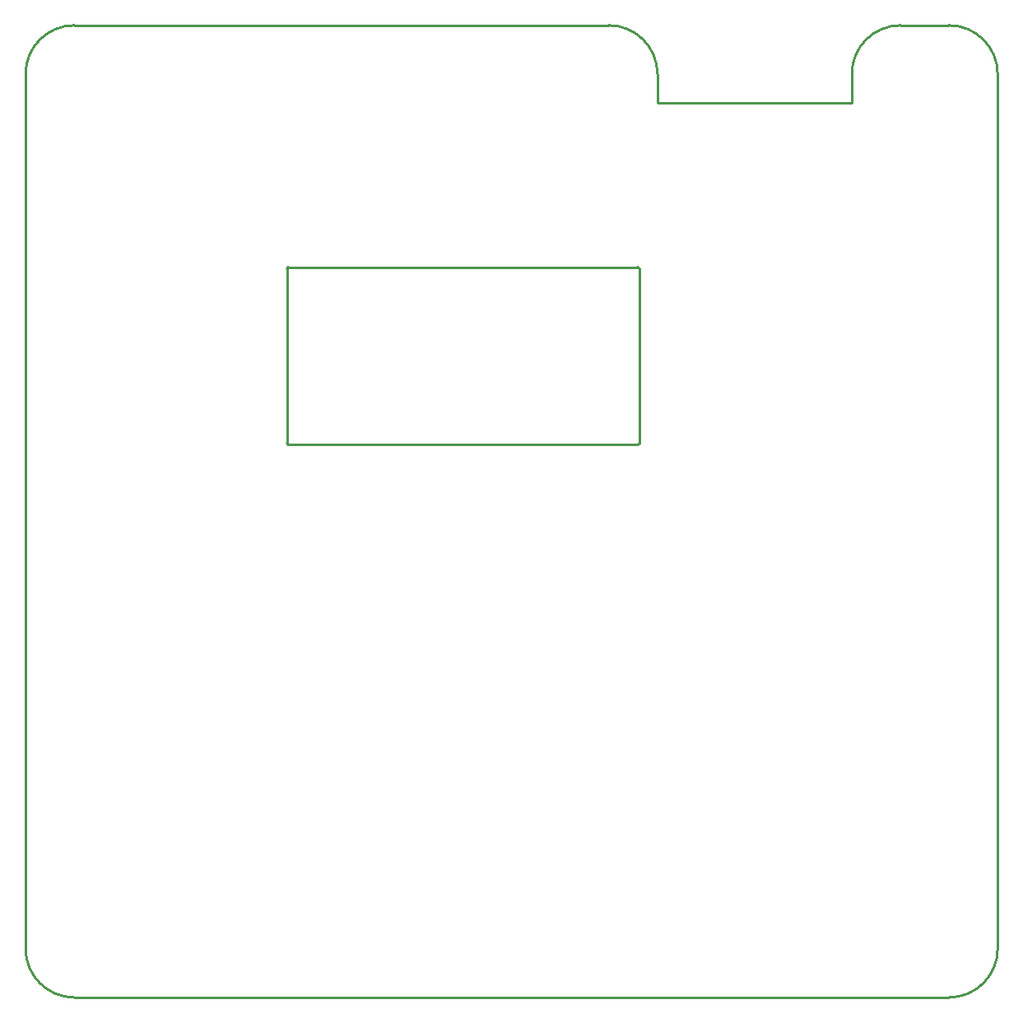
<source format=gko>
G04 Layer: BoardOutlineLayer*
G04 EasyEDA v6.5.20, 2022-12-02 00:59:29*
G04 a67cddfb3fce44daa9051d46cbbcc19f,10*
G04 Gerber Generator version 0.2*
G04 Scale: 100 percent, Rotated: No, Reflected: No *
G04 Dimensions in millimeters *
G04 leading zeros omitted , absolute positions ,4 integer and 5 decimal *
%FSLAX45Y45*%
%MOMM*%

%ADD10C,0.2540*%
D10*
X6499986Y9499980D02*
G01*
X6499986Y9199981D01*
X8499983Y9199981D01*
X8499983Y9499980D01*
X8999981Y9999979D02*
G01*
X9499981Y9999979D01*
X500126Y9999979D02*
G01*
X5999988Y9999979D01*
X0Y499998D02*
G01*
X0Y9499980D01*
X9499981Y0D02*
G01*
X499998Y0D01*
X9999979Y9499980D02*
G01*
X9999979Y499998D01*
G75*
G01*
X9999980Y499999D02*
G02*
X9499981Y0I-499999J0D01*
G75*
G01*
X499999Y0D02*
G02*
X0Y499999I0J499999D01*
G75*
G01*
X9499981Y9999980D02*
G02*
X9999980Y9499981I0J-499999D01*
G75*
G01*
X5999988Y9999980D02*
G02*
X6499987Y9499981I0J-499999D01*
G75*
G01*
X0Y9499981D02*
G02*
X499999Y9999980I499999J0D01*
G75*
G01*
X8499983Y9499981D02*
G02*
X8999982Y9999980I499999J0D01*
G75*
G01*
X2699995Y5687289D02*
G02*
X2687295Y5699989I0J12700D01*
X2687294Y5699988D02*
G01*
X2687320Y7499858D01*
G75*
G01*
X2687320Y7499858D02*
G02*
X2700019Y7512558I12700J0D01*
X2700019Y7512558D02*
G01*
X6299987Y7512685D01*
G75*
G01*
X6299987Y7512685D02*
G02*
X6312687Y7499985I0J-12700D01*
X6312687Y7499985D02*
G01*
X6312687Y5699988D01*
G75*
G01*
X6312687Y5699989D02*
G02*
X6299987Y5687289I-12700J0D01*
X6299987Y5687288D02*
G01*
X2699994Y5687288D01*
X2699994Y5687288D02*
G01*
X2699994Y5687288D01*

%LPD*%
M02*

</source>
